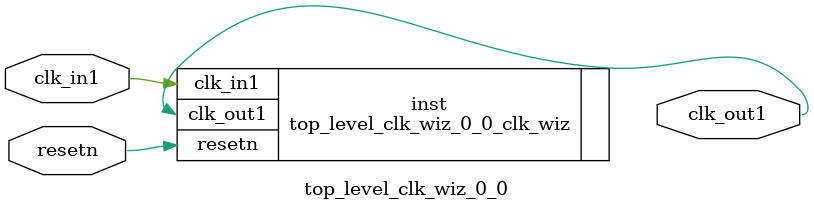
<source format=v>


`timescale 1ps/1ps

(* CORE_GENERATION_INFO = "top_level_clk_wiz_0_0,clk_wiz_v6_0_3_0_0,{component_name=top_level_clk_wiz_0_0,use_phase_alignment=false,use_min_o_jitter=false,use_max_i_jitter=false,use_dyn_phase_shift=false,use_inclk_switchover=false,use_dyn_reconfig=false,enable_axi=0,feedback_source=FDBK_AUTO,PRIMITIVE=MMCM,num_out_clk=1,clkin1_period=32.000,clkin2_period=10.0,use_power_down=false,use_reset=true,use_locked=false,use_inclk_stopped=false,feedback_type=SINGLE,CLOCK_MGR_TYPE=NA,manual_override=false}" *)

module top_level_clk_wiz_0_0 
 (
  // Clock out ports
  output        clk_out1,
  // Status and control signals
  input         resetn,
 // Clock in ports
  input         clk_in1
 );

  top_level_clk_wiz_0_0_clk_wiz inst
  (
  // Clock out ports  
  .clk_out1(clk_out1),
  // Status and control signals               
  .resetn(resetn), 
 // Clock in ports
  .clk_in1(clk_in1)
  );

endmodule

</source>
